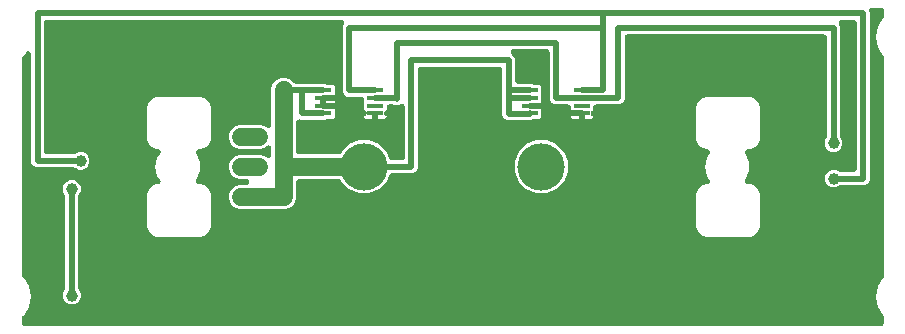
<source format=gbr>
G04 EAGLE Gerber X2 export*
%TF.Part,Single*%
%TF.FileFunction,Copper,L2,Bot,Mixed*%
%TF.FilePolarity,Positive*%
%TF.GenerationSoftware,Autodesk,EAGLE,9.1.0*%
%TF.CreationDate,2020-06-24T00:00:20Z*%
G75*
%MOMM*%
%FSLAX34Y34*%
%LPD*%
%AMOC8*
5,1,8,0,0,1.08239X$1,22.5*%
G01*
%ADD10R,1.400000X0.450000*%
%ADD11C,1.524000*%
%ADD12C,1.000000*%
%ADD13C,0.500000*%
%ADD14C,4.000000*%
%ADD15C,1.500000*%

G36*
X775050Y10170D02*
X775050Y10170D01*
X775100Y10168D01*
X775272Y10190D01*
X775445Y10206D01*
X775493Y10219D01*
X775543Y10225D01*
X775708Y10278D01*
X775876Y10324D01*
X775921Y10346D01*
X775968Y10361D01*
X776122Y10442D01*
X776278Y10517D01*
X776319Y10547D01*
X776363Y10570D01*
X776500Y10677D01*
X776640Y10779D01*
X776675Y10815D01*
X776714Y10846D01*
X776830Y10976D01*
X776950Y11101D01*
X776977Y11143D01*
X777011Y11181D01*
X777101Y11329D01*
X777197Y11473D01*
X777217Y11519D01*
X777243Y11562D01*
X777305Y11724D01*
X777374Y11884D01*
X777385Y11932D01*
X777403Y11979D01*
X777436Y12150D01*
X777475Y12319D01*
X777478Y12369D01*
X777487Y12418D01*
X777499Y12665D01*
X777499Y17813D01*
X777485Y17977D01*
X777478Y18142D01*
X777465Y18199D01*
X777459Y18258D01*
X777416Y18417D01*
X777379Y18578D01*
X777356Y18632D01*
X777341Y18688D01*
X777269Y18837D01*
X777205Y18989D01*
X777162Y19061D01*
X777148Y19091D01*
X777127Y19120D01*
X777078Y19201D01*
X772305Y26345D01*
X770583Y35000D01*
X772305Y43655D01*
X777078Y50799D01*
X777157Y50943D01*
X777243Y51084D01*
X777264Y51139D01*
X777292Y51191D01*
X777344Y51347D01*
X777403Y51501D01*
X777414Y51559D01*
X777433Y51615D01*
X777456Y51778D01*
X777487Y51940D01*
X777491Y52024D01*
X777496Y52057D01*
X777495Y52092D01*
X777499Y52187D01*
X777499Y237813D01*
X777485Y237977D01*
X777478Y238142D01*
X777465Y238199D01*
X777459Y238258D01*
X777416Y238417D01*
X777379Y238578D01*
X777356Y238632D01*
X777341Y238688D01*
X777269Y238837D01*
X777205Y238989D01*
X777162Y239061D01*
X777148Y239091D01*
X777127Y239120D01*
X777078Y239201D01*
X772305Y246345D01*
X770583Y255000D01*
X772305Y263655D01*
X777078Y270799D01*
X777157Y270943D01*
X777243Y271084D01*
X777264Y271139D01*
X777292Y271191D01*
X777344Y271347D01*
X777403Y271501D01*
X777414Y271559D01*
X777433Y271615D01*
X777456Y271778D01*
X777487Y271940D01*
X777491Y272024D01*
X777496Y272057D01*
X777495Y272092D01*
X777499Y272187D01*
X777499Y277335D01*
X777495Y277385D01*
X777497Y277435D01*
X777475Y277607D01*
X777459Y277780D01*
X777446Y277828D01*
X777440Y277878D01*
X777387Y278043D01*
X777341Y278211D01*
X777319Y278256D01*
X777304Y278303D01*
X777223Y278457D01*
X777148Y278613D01*
X777118Y278654D01*
X777095Y278698D01*
X776988Y278835D01*
X776886Y278975D01*
X776850Y279010D01*
X776819Y279049D01*
X776689Y279165D01*
X776564Y279285D01*
X776522Y279312D01*
X776484Y279346D01*
X776336Y279436D01*
X776192Y279532D01*
X776146Y279552D01*
X776103Y279578D01*
X775941Y279640D01*
X775781Y279709D01*
X775733Y279720D01*
X775686Y279738D01*
X775515Y279771D01*
X775346Y279810D01*
X775296Y279813D01*
X775247Y279822D01*
X775000Y279834D01*
X767692Y279834D01*
X767599Y279826D01*
X767505Y279827D01*
X767377Y279806D01*
X767247Y279794D01*
X767157Y279770D01*
X767065Y279754D01*
X766942Y279710D01*
X766816Y279676D01*
X766732Y279635D01*
X766644Y279604D01*
X766531Y279539D01*
X766414Y279483D01*
X766338Y279428D01*
X766257Y279381D01*
X766157Y279297D01*
X766052Y279221D01*
X765987Y279153D01*
X765915Y279093D01*
X765832Y278992D01*
X765742Y278899D01*
X765690Y278821D01*
X765631Y278749D01*
X765567Y278635D01*
X765495Y278527D01*
X765458Y278441D01*
X765412Y278359D01*
X765369Y278236D01*
X765318Y278116D01*
X765297Y278026D01*
X765266Y277937D01*
X765246Y277808D01*
X765217Y277681D01*
X765212Y277588D01*
X765198Y277496D01*
X765201Y277365D01*
X765195Y277235D01*
X765207Y277143D01*
X765209Y277049D01*
X765236Y276921D01*
X765252Y276792D01*
X765281Y276703D01*
X765300Y276612D01*
X765383Y276379D01*
X765501Y276094D01*
X765501Y133906D01*
X764663Y131884D01*
X763116Y130337D01*
X761094Y129499D01*
X741142Y129499D01*
X740956Y129483D01*
X740770Y129471D01*
X740734Y129463D01*
X740697Y129459D01*
X740517Y129410D01*
X740336Y129366D01*
X740302Y129351D01*
X740266Y129341D01*
X740098Y129260D01*
X739928Y129184D01*
X739897Y129164D01*
X739864Y129148D01*
X739712Y129038D01*
X739558Y128933D01*
X739521Y128899D01*
X739502Y128886D01*
X739476Y128859D01*
X739375Y128767D01*
X739249Y128641D01*
X736492Y127499D01*
X733508Y127499D01*
X730751Y128641D01*
X728641Y130751D01*
X727499Y133508D01*
X727499Y136492D01*
X728641Y139249D01*
X730751Y141359D01*
X733508Y142501D01*
X736492Y142501D01*
X739249Y141359D01*
X739375Y141233D01*
X739518Y141113D01*
X739658Y140989D01*
X739689Y140970D01*
X739718Y140946D01*
X739880Y140854D01*
X740039Y140757D01*
X740074Y140744D01*
X740106Y140726D01*
X740282Y140664D01*
X740456Y140597D01*
X740493Y140590D01*
X740527Y140578D01*
X740711Y140548D01*
X740895Y140513D01*
X740945Y140510D01*
X740968Y140507D01*
X741005Y140508D01*
X741142Y140501D01*
X752000Y140501D01*
X752050Y140505D01*
X752100Y140503D01*
X752272Y140525D01*
X752445Y140541D01*
X752493Y140554D01*
X752543Y140560D01*
X752708Y140613D01*
X752876Y140659D01*
X752921Y140681D01*
X752968Y140696D01*
X753122Y140777D01*
X753278Y140852D01*
X753319Y140882D01*
X753363Y140905D01*
X753500Y141012D01*
X753640Y141114D01*
X753675Y141150D01*
X753714Y141181D01*
X753830Y141311D01*
X753950Y141436D01*
X753977Y141478D01*
X754011Y141516D01*
X754101Y141664D01*
X754197Y141808D01*
X754217Y141854D01*
X754243Y141897D01*
X754305Y142059D01*
X754374Y142219D01*
X754385Y142267D01*
X754403Y142314D01*
X754436Y142485D01*
X754475Y142654D01*
X754478Y142704D01*
X754487Y142753D01*
X754499Y143000D01*
X754499Y267000D01*
X754495Y267050D01*
X754497Y267100D01*
X754475Y267272D01*
X754459Y267445D01*
X754446Y267493D01*
X754440Y267543D01*
X754387Y267708D01*
X754341Y267876D01*
X754319Y267921D01*
X754304Y267968D01*
X754223Y268122D01*
X754148Y268278D01*
X754118Y268319D01*
X754095Y268363D01*
X753988Y268500D01*
X753886Y268640D01*
X753850Y268675D01*
X753819Y268714D01*
X753689Y268830D01*
X753564Y268950D01*
X753522Y268977D01*
X753484Y269011D01*
X753336Y269101D01*
X753192Y269197D01*
X753146Y269217D01*
X753103Y269243D01*
X752941Y269305D01*
X752781Y269374D01*
X752733Y269385D01*
X752686Y269403D01*
X752515Y269436D01*
X752346Y269475D01*
X752296Y269478D01*
X752247Y269487D01*
X752000Y269499D01*
X741795Y269499D01*
X741702Y269491D01*
X741609Y269492D01*
X741480Y269471D01*
X741350Y269459D01*
X741260Y269435D01*
X741168Y269419D01*
X741045Y269375D01*
X740920Y269341D01*
X740835Y269300D01*
X740747Y269269D01*
X740634Y269204D01*
X740517Y269148D01*
X740441Y269093D01*
X740360Y269046D01*
X740260Y268962D01*
X740155Y268886D01*
X740090Y268818D01*
X740019Y268758D01*
X739936Y268657D01*
X739845Y268564D01*
X739794Y268486D01*
X739734Y268414D01*
X739670Y268300D01*
X739598Y268192D01*
X739561Y268106D01*
X739515Y268024D01*
X739473Y267901D01*
X739421Y267781D01*
X739400Y267691D01*
X739369Y267602D01*
X739349Y267473D01*
X739320Y267346D01*
X739315Y267253D01*
X739301Y267161D01*
X739304Y267030D01*
X739298Y266900D01*
X739310Y266808D01*
X739312Y266714D01*
X739339Y266586D01*
X739356Y266457D01*
X739384Y266368D01*
X739403Y266277D01*
X739486Y266044D01*
X740501Y263594D01*
X740501Y171142D01*
X740517Y170956D01*
X740529Y170770D01*
X740537Y170734D01*
X740541Y170697D01*
X740590Y170517D01*
X740634Y170336D01*
X740649Y170302D01*
X740659Y170267D01*
X740740Y170098D01*
X740816Y169928D01*
X740836Y169897D01*
X740852Y169864D01*
X740962Y169713D01*
X741067Y169558D01*
X741101Y169521D01*
X741114Y169502D01*
X741141Y169476D01*
X741233Y169375D01*
X741359Y169249D01*
X742501Y166492D01*
X742501Y163508D01*
X741359Y160751D01*
X739249Y158641D01*
X736492Y157499D01*
X733508Y157499D01*
X730751Y158641D01*
X728641Y160751D01*
X727499Y163508D01*
X727499Y166492D01*
X728641Y169249D01*
X728767Y169375D01*
X728887Y169518D01*
X729011Y169658D01*
X729030Y169689D01*
X729054Y169718D01*
X729146Y169880D01*
X729243Y170039D01*
X729256Y170074D01*
X729274Y170106D01*
X729336Y170282D01*
X729403Y170456D01*
X729410Y170493D01*
X729423Y170527D01*
X729452Y170712D01*
X729487Y170895D01*
X729490Y170945D01*
X729493Y170969D01*
X729492Y171006D01*
X729499Y171142D01*
X729499Y254500D01*
X729495Y254550D01*
X729497Y254600D01*
X729475Y254772D01*
X729459Y254945D01*
X729446Y254993D01*
X729440Y255043D01*
X729387Y255208D01*
X729341Y255376D01*
X729319Y255421D01*
X729304Y255468D01*
X729223Y255622D01*
X729148Y255778D01*
X729118Y255819D01*
X729095Y255863D01*
X728988Y256000D01*
X728886Y256140D01*
X728850Y256175D01*
X728819Y256214D01*
X728689Y256330D01*
X728564Y256450D01*
X728522Y256477D01*
X728484Y256511D01*
X728336Y256601D01*
X728192Y256697D01*
X728146Y256717D01*
X728103Y256743D01*
X727941Y256805D01*
X727781Y256874D01*
X727733Y256885D01*
X727686Y256903D01*
X727515Y256936D01*
X727346Y256975D01*
X727296Y256978D01*
X727247Y256987D01*
X727000Y256999D01*
X560500Y256999D01*
X560450Y256995D01*
X560400Y256997D01*
X560228Y256975D01*
X560055Y256959D01*
X560007Y256946D01*
X559957Y256940D01*
X559792Y256887D01*
X559624Y256841D01*
X559579Y256819D01*
X559532Y256804D01*
X559378Y256723D01*
X559222Y256648D01*
X559181Y256618D01*
X559137Y256595D01*
X559000Y256488D01*
X558860Y256386D01*
X558825Y256350D01*
X558786Y256319D01*
X558670Y256189D01*
X558550Y256064D01*
X558523Y256022D01*
X558489Y255984D01*
X558399Y255836D01*
X558303Y255692D01*
X558283Y255646D01*
X558257Y255603D01*
X558195Y255441D01*
X558126Y255281D01*
X558115Y255233D01*
X558097Y255186D01*
X558064Y255015D01*
X558025Y254846D01*
X558022Y254796D01*
X558013Y254747D01*
X558001Y254500D01*
X558001Y202156D01*
X557163Y200134D01*
X555616Y198587D01*
X553594Y197749D01*
X534000Y197749D01*
X533950Y197745D01*
X533900Y197747D01*
X533728Y197725D01*
X533555Y197709D01*
X533507Y197696D01*
X533457Y197690D01*
X533292Y197637D01*
X533124Y197591D01*
X533079Y197569D01*
X533032Y197554D01*
X532878Y197473D01*
X532722Y197398D01*
X532681Y197368D01*
X532637Y197345D01*
X532500Y197238D01*
X532360Y197136D01*
X532325Y197100D01*
X532286Y197069D01*
X532170Y196939D01*
X532050Y196814D01*
X532023Y196772D01*
X531989Y196734D01*
X531899Y196586D01*
X531803Y196442D01*
X531783Y196396D01*
X531757Y196353D01*
X531695Y196191D01*
X531626Y196031D01*
X531615Y195983D01*
X531597Y195936D01*
X531564Y195765D01*
X531525Y195596D01*
X531522Y195546D01*
X531513Y195497D01*
X531501Y195250D01*
X531501Y193313D01*
X531519Y193111D01*
X531534Y192908D01*
X531539Y192882D01*
X531541Y192868D01*
X531541Y192731D01*
X531472Y192718D01*
X531376Y192709D01*
X531254Y192676D01*
X531129Y192652D01*
X531039Y192617D01*
X530946Y192591D01*
X530831Y192536D01*
X530712Y192490D01*
X530630Y192440D01*
X530543Y192398D01*
X530440Y192323D01*
X530331Y192257D01*
X530209Y192156D01*
X530181Y192136D01*
X530168Y192123D01*
X530140Y192099D01*
X530007Y191955D01*
X529871Y191813D01*
X529856Y191791D01*
X529837Y191770D01*
X529732Y191605D01*
X529624Y191441D01*
X529613Y191416D01*
X529598Y191393D01*
X529524Y191211D01*
X529447Y191031D01*
X529441Y191005D01*
X529430Y190979D01*
X529390Y190787D01*
X529346Y190596D01*
X529344Y190569D01*
X529339Y190542D01*
X529333Y190346D01*
X529324Y190150D01*
X529327Y190123D01*
X529326Y190095D01*
X529356Y189901D01*
X529381Y189707D01*
X529390Y189681D01*
X529394Y189654D01*
X529458Y189468D01*
X529517Y189281D01*
X529530Y189257D01*
X529539Y189231D01*
X529634Y189060D01*
X529726Y188887D01*
X529743Y188865D01*
X529756Y188841D01*
X529880Y188690D01*
X530002Y188536D01*
X530023Y188517D01*
X530040Y188496D01*
X530189Y188370D01*
X530336Y188239D01*
X530360Y188225D01*
X530381Y188207D01*
X530551Y188109D01*
X530718Y188007D01*
X530744Y187997D01*
X530767Y187983D01*
X530952Y187917D01*
X531135Y187847D01*
X531162Y187841D01*
X531188Y187832D01*
X531380Y187800D01*
X531541Y187769D01*
X531541Y187666D01*
X531368Y187019D01*
X531033Y186440D01*
X530560Y185967D01*
X529981Y185632D01*
X529334Y185459D01*
X524499Y185459D01*
X524499Y189500D01*
X524495Y189550D01*
X524497Y189600D01*
X524475Y189772D01*
X524459Y189945D01*
X524446Y189993D01*
X524440Y190043D01*
X524387Y190208D01*
X524341Y190376D01*
X524319Y190421D01*
X524304Y190468D01*
X524223Y190622D01*
X524148Y190778D01*
X524118Y190819D01*
X524095Y190863D01*
X523988Y191000D01*
X523886Y191140D01*
X523850Y191175D01*
X523819Y191214D01*
X523689Y191330D01*
X523564Y191450D01*
X523522Y191477D01*
X523485Y191511D01*
X523336Y191601D01*
X523192Y191697D01*
X523146Y191717D01*
X523103Y191743D01*
X522941Y191805D01*
X522782Y191874D01*
X522733Y191885D01*
X522686Y191903D01*
X522515Y191936D01*
X522346Y191975D01*
X522297Y191978D01*
X522247Y191987D01*
X522000Y191999D01*
X521950Y191995D01*
X521900Y191997D01*
X521728Y191975D01*
X521555Y191959D01*
X521507Y191946D01*
X521457Y191940D01*
X521292Y191887D01*
X521124Y191841D01*
X521079Y191819D01*
X521031Y191804D01*
X520878Y191723D01*
X520721Y191648D01*
X520681Y191618D01*
X520637Y191595D01*
X520500Y191488D01*
X520360Y191386D01*
X520325Y191350D01*
X520286Y191319D01*
X520170Y191189D01*
X520050Y191064D01*
X520022Y191022D01*
X519989Y190984D01*
X519899Y190836D01*
X519803Y190692D01*
X519783Y190646D01*
X519757Y190603D01*
X519695Y190441D01*
X519626Y190281D01*
X519615Y190233D01*
X519597Y190186D01*
X519564Y190015D01*
X519525Y189846D01*
X519522Y189796D01*
X519513Y189747D01*
X519501Y189500D01*
X519501Y185459D01*
X514666Y185459D01*
X514019Y185632D01*
X513440Y185967D01*
X512967Y186440D01*
X512632Y187019D01*
X512459Y187666D01*
X512459Y187774D01*
X512570Y187781D01*
X512597Y187788D01*
X512624Y187790D01*
X512814Y187843D01*
X513003Y187890D01*
X513028Y187902D01*
X513055Y187909D01*
X513232Y187994D01*
X513410Y188075D01*
X513433Y188090D01*
X513457Y188102D01*
X513617Y188217D01*
X513778Y188329D01*
X513797Y188348D01*
X513819Y188364D01*
X513955Y188505D01*
X514094Y188644D01*
X514110Y188666D01*
X514129Y188686D01*
X514237Y188849D01*
X514349Y189010D01*
X514361Y189035D01*
X514376Y189058D01*
X514454Y189238D01*
X514535Y189417D01*
X514542Y189443D01*
X514553Y189468D01*
X514597Y189659D01*
X514646Y189849D01*
X514648Y189877D01*
X514654Y189903D01*
X514664Y190099D01*
X514678Y190295D01*
X514675Y190322D01*
X514676Y190350D01*
X514651Y190544D01*
X514630Y190739D01*
X514622Y190765D01*
X514619Y190793D01*
X514559Y190979D01*
X514504Y191167D01*
X514491Y191192D01*
X514483Y191218D01*
X514391Y191391D01*
X514303Y191567D01*
X514287Y191589D01*
X514274Y191613D01*
X514153Y191767D01*
X514035Y191924D01*
X514009Y191950D01*
X513998Y191964D01*
X513997Y191964D01*
X513972Y191987D01*
X513860Y192099D01*
X513759Y192176D01*
X513663Y192261D01*
X513581Y192311D01*
X513504Y192369D01*
X513390Y192427D01*
X513282Y192493D01*
X513192Y192528D01*
X513106Y192571D01*
X512984Y192608D01*
X512865Y192653D01*
X512770Y192672D01*
X512678Y192699D01*
X512551Y192713D01*
X512459Y192731D01*
X512459Y192920D01*
X512487Y193066D01*
X512488Y193093D01*
X512491Y193106D01*
X512491Y193136D01*
X512499Y193313D01*
X512499Y195250D01*
X512495Y195300D01*
X512497Y195350D01*
X512475Y195522D01*
X512459Y195695D01*
X512446Y195743D01*
X512440Y195793D01*
X512387Y195958D01*
X512341Y196126D01*
X512319Y196171D01*
X512304Y196218D01*
X512223Y196372D01*
X512148Y196528D01*
X512118Y196569D01*
X512095Y196613D01*
X511988Y196750D01*
X511886Y196890D01*
X511850Y196925D01*
X511819Y196964D01*
X511689Y197080D01*
X511564Y197200D01*
X511522Y197227D01*
X511484Y197261D01*
X511336Y197351D01*
X511192Y197447D01*
X511146Y197467D01*
X511103Y197493D01*
X510941Y197555D01*
X510781Y197624D01*
X510733Y197635D01*
X510686Y197653D01*
X510515Y197686D01*
X510346Y197725D01*
X510296Y197728D01*
X510247Y197737D01*
X510000Y197749D01*
X498906Y197749D01*
X496884Y198587D01*
X495337Y200134D01*
X494499Y202156D01*
X494499Y242000D01*
X494495Y242050D01*
X494497Y242100D01*
X494475Y242272D01*
X494459Y242445D01*
X494446Y242493D01*
X494440Y242543D01*
X494387Y242708D01*
X494341Y242876D01*
X494319Y242921D01*
X494304Y242968D01*
X494223Y243122D01*
X494148Y243278D01*
X494118Y243319D01*
X494095Y243363D01*
X493988Y243500D01*
X493886Y243640D01*
X493850Y243675D01*
X493819Y243714D01*
X493689Y243830D01*
X493564Y243950D01*
X493522Y243977D01*
X493484Y244011D01*
X493336Y244101D01*
X493192Y244197D01*
X493146Y244217D01*
X493103Y244243D01*
X492941Y244305D01*
X492781Y244374D01*
X492733Y244385D01*
X492686Y244403D01*
X492515Y244436D01*
X492346Y244475D01*
X492296Y244478D01*
X492247Y244487D01*
X492000Y244499D01*
X464005Y244499D01*
X463826Y244483D01*
X463646Y244473D01*
X463604Y244463D01*
X463560Y244459D01*
X463386Y244411D01*
X463212Y244370D01*
X463172Y244352D01*
X463130Y244341D01*
X462967Y244263D01*
X462802Y244191D01*
X462766Y244166D01*
X462727Y244148D01*
X462581Y244042D01*
X462432Y243942D01*
X462400Y243911D01*
X462365Y243886D01*
X462240Y243756D01*
X462111Y243630D01*
X462086Y243595D01*
X462056Y243564D01*
X461956Y243414D01*
X461851Y243267D01*
X461833Y243228D01*
X461808Y243192D01*
X461737Y243026D01*
X461660Y242863D01*
X461649Y242821D01*
X461631Y242781D01*
X461591Y242606D01*
X461544Y242432D01*
X461540Y242389D01*
X461530Y242346D01*
X461521Y242167D01*
X461506Y241987D01*
X461510Y241944D01*
X461508Y241900D01*
X461531Y241722D01*
X461548Y241542D01*
X461560Y241500D01*
X461566Y241457D01*
X461620Y241286D01*
X461669Y241112D01*
X461688Y241073D01*
X461701Y241032D01*
X461786Y240872D01*
X461865Y240710D01*
X461890Y240675D01*
X461911Y240637D01*
X462022Y240495D01*
X462128Y240350D01*
X462160Y240320D01*
X462187Y240286D01*
X462322Y240166D01*
X462452Y240042D01*
X462488Y240018D01*
X462521Y239989D01*
X462675Y239896D01*
X462825Y239797D01*
X462880Y239771D01*
X462903Y239757D01*
X462937Y239744D01*
X463049Y239691D01*
X463116Y239663D01*
X464663Y238116D01*
X465501Y236094D01*
X465501Y217750D01*
X465505Y217700D01*
X465503Y217650D01*
X465525Y217478D01*
X465541Y217305D01*
X465554Y217257D01*
X465560Y217207D01*
X465613Y217042D01*
X465659Y216874D01*
X465681Y216829D01*
X465696Y216782D01*
X465777Y216628D01*
X465852Y216472D01*
X465882Y216431D01*
X465905Y216387D01*
X466012Y216250D01*
X466114Y216110D01*
X466150Y216075D01*
X466181Y216036D01*
X466311Y215920D01*
X466436Y215800D01*
X466478Y215773D01*
X466516Y215739D01*
X466664Y215649D01*
X466808Y215553D01*
X466854Y215533D01*
X466897Y215507D01*
X467059Y215445D01*
X467219Y215376D01*
X467267Y215365D01*
X467314Y215347D01*
X467485Y215314D01*
X467654Y215275D01*
X467704Y215272D01*
X467753Y215263D01*
X468000Y215251D01*
X479094Y215251D01*
X480445Y214691D01*
X480582Y214648D01*
X480716Y214597D01*
X480795Y214582D01*
X480872Y214558D01*
X481014Y214540D01*
X481155Y214513D01*
X481278Y214507D01*
X481315Y214502D01*
X481342Y214504D01*
X481402Y214501D01*
X486036Y214501D01*
X487501Y213036D01*
X487501Y199813D01*
X487519Y199611D01*
X487534Y199408D01*
X487539Y199382D01*
X487541Y199368D01*
X487541Y199227D01*
X487449Y199222D01*
X487413Y199213D01*
X487376Y199209D01*
X487350Y199202D01*
X487324Y199199D01*
X487173Y199154D01*
X487015Y199116D01*
X486981Y199101D01*
X486946Y199091D01*
X486921Y199079D01*
X486896Y199072D01*
X486755Y199000D01*
X486607Y198935D01*
X486576Y198914D01*
X486543Y198898D01*
X486521Y198882D01*
X486498Y198870D01*
X486371Y198774D01*
X486237Y198684D01*
X486200Y198650D01*
X486181Y198636D01*
X486162Y198617D01*
X486141Y198601D01*
X486119Y198576D01*
X486054Y198517D01*
X485966Y198412D01*
X485871Y198314D01*
X485857Y198292D01*
X485839Y198272D01*
X485806Y198221D01*
X485767Y198174D01*
X485700Y198055D01*
X485624Y197942D01*
X485614Y197918D01*
X485599Y197895D01*
X485577Y197839D01*
X485547Y197786D01*
X485501Y197656D01*
X485447Y197532D01*
X485441Y197506D01*
X485431Y197481D01*
X485419Y197422D01*
X485399Y197365D01*
X485377Y197228D01*
X485346Y197096D01*
X485345Y197071D01*
X485339Y197044D01*
X485337Y196983D01*
X485328Y196924D01*
X485331Y196785D01*
X485324Y196650D01*
X485324Y196648D01*
X485327Y196625D01*
X485326Y196597D01*
X485336Y196537D01*
X485337Y196477D01*
X485364Y196341D01*
X485382Y196207D01*
X485389Y196183D01*
X485393Y196156D01*
X485413Y196098D01*
X485425Y196039D01*
X485476Y195910D01*
X485517Y195781D01*
X485529Y195759D01*
X485538Y195733D01*
X485567Y195680D01*
X485590Y195624D01*
X485663Y195507D01*
X485726Y195387D01*
X485743Y195366D01*
X485756Y195343D01*
X485794Y195296D01*
X485826Y195245D01*
X485918Y195143D01*
X486003Y195036D01*
X486022Y195018D01*
X486039Y194998D01*
X486103Y194939D01*
X486126Y194914D01*
X486153Y194892D01*
X486221Y194830D01*
X486282Y194788D01*
X486337Y194739D01*
X486411Y194694D01*
X486480Y194641D01*
X486536Y194612D01*
X486589Y194576D01*
X486656Y194545D01*
X486718Y194507D01*
X486800Y194476D01*
X486877Y194436D01*
X486937Y194418D01*
X486995Y194391D01*
X487067Y194373D01*
X487135Y194347D01*
X487222Y194330D01*
X487304Y194305D01*
X487366Y194297D01*
X487428Y194282D01*
X487502Y194277D01*
X487541Y194269D01*
X487541Y194080D01*
X487513Y193934D01*
X487512Y193907D01*
X487509Y193894D01*
X487509Y193864D01*
X487501Y193687D01*
X487501Y186964D01*
X486036Y185499D01*
X481756Y185499D01*
X481613Y185486D01*
X481470Y185483D01*
X481391Y185467D01*
X481311Y185459D01*
X481172Y185421D01*
X481032Y185392D01*
X480916Y185351D01*
X480880Y185341D01*
X480856Y185329D01*
X480799Y185309D01*
X478844Y184499D01*
X458906Y184499D01*
X456884Y185337D01*
X455337Y186884D01*
X454499Y188906D01*
X454499Y227000D01*
X454495Y227050D01*
X454497Y227100D01*
X454475Y227272D01*
X454459Y227445D01*
X454446Y227493D01*
X454440Y227543D01*
X454387Y227708D01*
X454341Y227876D01*
X454319Y227921D01*
X454304Y227968D01*
X454223Y228122D01*
X454148Y228278D01*
X454118Y228319D01*
X454095Y228363D01*
X453988Y228500D01*
X453886Y228640D01*
X453850Y228675D01*
X453819Y228714D01*
X453689Y228830D01*
X453564Y228950D01*
X453522Y228977D01*
X453484Y229011D01*
X453336Y229101D01*
X453192Y229197D01*
X453146Y229217D01*
X453103Y229243D01*
X452941Y229305D01*
X452781Y229374D01*
X452733Y229385D01*
X452686Y229403D01*
X452515Y229436D01*
X452346Y229475D01*
X452296Y229478D01*
X452247Y229487D01*
X452000Y229499D01*
X385500Y229499D01*
X385450Y229495D01*
X385400Y229497D01*
X385228Y229475D01*
X385055Y229459D01*
X385007Y229446D01*
X384957Y229440D01*
X384792Y229387D01*
X384624Y229341D01*
X384579Y229319D01*
X384532Y229304D01*
X384378Y229223D01*
X384222Y229148D01*
X384181Y229118D01*
X384137Y229095D01*
X384000Y228988D01*
X383860Y228886D01*
X383825Y228850D01*
X383786Y228819D01*
X383670Y228689D01*
X383550Y228564D01*
X383523Y228522D01*
X383489Y228484D01*
X383399Y228336D01*
X383303Y228192D01*
X383283Y228146D01*
X383257Y228103D01*
X383195Y227941D01*
X383126Y227781D01*
X383115Y227733D01*
X383097Y227686D01*
X383064Y227515D01*
X383025Y227346D01*
X383022Y227296D01*
X383013Y227247D01*
X383001Y227000D01*
X383001Y143906D01*
X382163Y141884D01*
X380616Y140337D01*
X378594Y139499D01*
X361246Y139499D01*
X361240Y139499D01*
X361233Y139499D01*
X361017Y139479D01*
X360801Y139459D01*
X360795Y139458D01*
X360788Y139457D01*
X360581Y139399D01*
X360370Y139341D01*
X360364Y139338D01*
X360358Y139336D01*
X360166Y139243D01*
X359968Y139148D01*
X359962Y139144D01*
X359957Y139141D01*
X359784Y139015D01*
X359606Y138886D01*
X359601Y138881D01*
X359596Y138877D01*
X359447Y138721D01*
X359296Y138564D01*
X359293Y138558D01*
X359288Y138553D01*
X359170Y138373D01*
X359049Y138192D01*
X359047Y138186D01*
X359043Y138180D01*
X358937Y137956D01*
X356575Y132254D01*
X350246Y125925D01*
X341976Y122499D01*
X333024Y122499D01*
X324754Y125925D01*
X318425Y132254D01*
X318134Y132956D01*
X318131Y132962D01*
X318129Y132968D01*
X318027Y133161D01*
X317927Y133352D01*
X317923Y133357D01*
X317920Y133363D01*
X317784Y133535D01*
X317653Y133705D01*
X317648Y133709D01*
X317644Y133714D01*
X317481Y133858D01*
X317320Y134003D01*
X317314Y134006D01*
X317309Y134011D01*
X317124Y134123D01*
X316939Y134237D01*
X316933Y134239D01*
X316928Y134243D01*
X316726Y134321D01*
X316523Y134400D01*
X316517Y134401D01*
X316511Y134403D01*
X316298Y134444D01*
X316085Y134486D01*
X316079Y134486D01*
X316072Y134487D01*
X315825Y134499D01*
X282600Y134499D01*
X282550Y134495D01*
X282500Y134497D01*
X282328Y134475D01*
X282155Y134459D01*
X282107Y134446D01*
X282057Y134440D01*
X281892Y134387D01*
X281724Y134341D01*
X281679Y134319D01*
X281632Y134304D01*
X281478Y134223D01*
X281322Y134148D01*
X281281Y134118D01*
X281237Y134095D01*
X281100Y133988D01*
X280960Y133886D01*
X280925Y133850D01*
X280886Y133819D01*
X280770Y133689D01*
X280650Y133564D01*
X280623Y133522D01*
X280589Y133484D01*
X280499Y133336D01*
X280403Y133192D01*
X280383Y133146D01*
X280357Y133103D01*
X280295Y132941D01*
X280226Y132781D01*
X280215Y132733D01*
X280197Y132686D01*
X280164Y132515D01*
X280125Y132346D01*
X280122Y132296D01*
X280113Y132247D01*
X280101Y132000D01*
X280101Y117511D01*
X278502Y113652D01*
X275548Y110698D01*
X271689Y109099D01*
X238911Y109099D01*
X238453Y109289D01*
X238317Y109332D01*
X238183Y109383D01*
X238103Y109398D01*
X238027Y109422D01*
X237885Y109440D01*
X237744Y109467D01*
X237621Y109473D01*
X237584Y109478D01*
X237557Y109476D01*
X237497Y109479D01*
X231367Y109479D01*
X227647Y111020D01*
X224800Y113867D01*
X223259Y117587D01*
X223259Y121613D01*
X224800Y125333D01*
X227647Y128180D01*
X231367Y129721D01*
X237497Y129721D01*
X237640Y129734D01*
X237783Y129737D01*
X237861Y129753D01*
X237942Y129761D01*
X238080Y129799D01*
X238220Y129828D01*
X238336Y129869D01*
X238372Y129879D01*
X238397Y129891D01*
X238453Y129911D01*
X238839Y130071D01*
X238999Y130154D01*
X239161Y130232D01*
X239197Y130258D01*
X239235Y130278D01*
X239377Y130389D01*
X239523Y130494D01*
X239554Y130526D01*
X239588Y130552D01*
X239708Y130686D01*
X239833Y130816D01*
X239857Y130853D01*
X239886Y130885D01*
X239980Y131038D01*
X240080Y131188D01*
X240097Y131228D01*
X240120Y131265D01*
X240186Y131433D01*
X240257Y131599D01*
X240267Y131641D01*
X240283Y131681D01*
X240317Y131858D01*
X240358Y132034D01*
X240360Y132077D01*
X240369Y132120D01*
X240371Y132300D01*
X240380Y132480D01*
X240375Y132523D01*
X240375Y132566D01*
X240346Y132744D01*
X240323Y132923D01*
X240310Y132964D01*
X240302Y133007D01*
X240242Y133177D01*
X240187Y133348D01*
X240167Y133387D01*
X240152Y133428D01*
X240062Y133584D01*
X239978Y133743D01*
X239951Y133777D01*
X239929Y133815D01*
X239813Y133953D01*
X239702Y134094D01*
X239669Y134123D01*
X239641Y134156D01*
X239502Y134271D01*
X239368Y134391D01*
X239330Y134413D01*
X239297Y134441D01*
X239140Y134529D01*
X238986Y134623D01*
X238946Y134638D01*
X238908Y134660D01*
X238737Y134719D01*
X238569Y134783D01*
X238526Y134791D01*
X238485Y134806D01*
X238308Y134833D01*
X238130Y134867D01*
X238070Y134870D01*
X238044Y134874D01*
X238007Y134873D01*
X237883Y134879D01*
X231367Y134879D01*
X227647Y136420D01*
X224800Y139267D01*
X223259Y142987D01*
X223259Y147013D01*
X224800Y150733D01*
X227647Y153580D01*
X231367Y155121D01*
X250633Y155121D01*
X254353Y153580D01*
X254833Y153100D01*
X254938Y153012D01*
X255036Y152918D01*
X255109Y152870D01*
X255176Y152814D01*
X255294Y152746D01*
X255408Y152670D01*
X255488Y152636D01*
X255564Y152593D01*
X255693Y152548D01*
X255819Y152493D01*
X255903Y152474D01*
X255985Y152445D01*
X256120Y152423D01*
X256254Y152392D01*
X256340Y152388D01*
X256426Y152374D01*
X256563Y152377D01*
X256700Y152370D01*
X256786Y152381D01*
X256873Y152383D01*
X257007Y152410D01*
X257143Y152428D01*
X257226Y152454D01*
X257311Y152471D01*
X257438Y152522D01*
X257568Y152563D01*
X257645Y152604D01*
X257726Y152636D01*
X257842Y152708D01*
X257963Y152772D01*
X258032Y152826D01*
X258105Y152872D01*
X258207Y152964D01*
X258314Y153049D01*
X258372Y153114D01*
X258436Y153172D01*
X258520Y153280D01*
X258611Y153383D01*
X258656Y153457D01*
X258709Y153526D01*
X258772Y153648D01*
X258843Y153764D01*
X258874Y153845D01*
X258914Y153923D01*
X258954Y154054D01*
X259003Y154181D01*
X259020Y154267D01*
X259045Y154350D01*
X259061Y154486D01*
X259087Y154620D01*
X259094Y154757D01*
X259098Y154793D01*
X259097Y154817D01*
X259099Y154867D01*
X259099Y160533D01*
X259087Y160669D01*
X259084Y160806D01*
X259067Y160891D01*
X259059Y160978D01*
X259023Y161110D01*
X258996Y161244D01*
X258964Y161324D01*
X258941Y161408D01*
X258882Y161532D01*
X258831Y161659D01*
X258785Y161733D01*
X258748Y161811D01*
X258667Y161922D01*
X258595Y162038D01*
X258537Y162103D01*
X258486Y162173D01*
X258387Y162268D01*
X258295Y162369D01*
X258226Y162422D01*
X258164Y162482D01*
X258050Y162558D01*
X257941Y162642D01*
X257864Y162681D01*
X257792Y162730D01*
X257666Y162784D01*
X257544Y162847D01*
X257461Y162872D01*
X257381Y162907D01*
X257248Y162938D01*
X257117Y162978D01*
X257031Y162988D01*
X256946Y163008D01*
X256810Y163015D01*
X256674Y163031D01*
X256587Y163026D01*
X256500Y163030D01*
X256365Y163012D01*
X256228Y163004D01*
X256143Y162984D01*
X256057Y162972D01*
X255927Y162931D01*
X255794Y162898D01*
X255714Y162863D01*
X255632Y162837D01*
X255511Y162773D01*
X255386Y162717D01*
X255314Y162668D01*
X255237Y162628D01*
X255129Y162543D01*
X255016Y162466D01*
X254915Y162374D01*
X254886Y162351D01*
X254870Y162334D01*
X254833Y162300D01*
X254353Y161820D01*
X250633Y160279D01*
X231367Y160279D01*
X227647Y161820D01*
X224800Y164667D01*
X223259Y168387D01*
X223259Y172413D01*
X224800Y176133D01*
X227647Y178980D01*
X231367Y180521D01*
X250633Y180521D01*
X254353Y178980D01*
X254833Y178500D01*
X254938Y178412D01*
X255036Y178318D01*
X255109Y178270D01*
X255176Y178214D01*
X255294Y178146D01*
X255408Y178070D01*
X255488Y178036D01*
X255564Y177993D01*
X255693Y177948D01*
X255819Y177893D01*
X255903Y177874D01*
X255985Y177845D01*
X256120Y177823D01*
X256254Y177792D01*
X256340Y177788D01*
X256426Y177774D01*
X256563Y177777D01*
X256700Y177770D01*
X256786Y177781D01*
X256873Y177783D01*
X257007Y177810D01*
X257143Y177828D01*
X257226Y177854D01*
X257311Y177871D01*
X257438Y177922D01*
X257568Y177963D01*
X257645Y178004D01*
X257726Y178036D01*
X257842Y178108D01*
X257963Y178172D01*
X258032Y178226D01*
X258105Y178272D01*
X258207Y178364D01*
X258314Y178449D01*
X258372Y178514D01*
X258436Y178572D01*
X258520Y178680D01*
X258611Y178783D01*
X258656Y178857D01*
X258709Y178926D01*
X258772Y179048D01*
X258843Y179164D01*
X258874Y179245D01*
X258914Y179323D01*
X258954Y179454D01*
X259003Y179581D01*
X259020Y179667D01*
X259045Y179750D01*
X259061Y179886D01*
X259087Y180020D01*
X259094Y180157D01*
X259098Y180193D01*
X259097Y180217D01*
X259099Y180267D01*
X259099Y211839D01*
X260698Y215698D01*
X263652Y218652D01*
X267511Y220251D01*
X271689Y220251D01*
X275548Y218652D01*
X278218Y215983D01*
X278361Y215863D01*
X278500Y215739D01*
X278532Y215720D01*
X278560Y215696D01*
X278722Y215604D01*
X278882Y215507D01*
X278917Y215494D01*
X278949Y215476D01*
X279125Y215414D01*
X279299Y215347D01*
X279335Y215340D01*
X279370Y215327D01*
X279554Y215298D01*
X279738Y215263D01*
X279788Y215260D01*
X279811Y215257D01*
X279848Y215258D01*
X279985Y215251D01*
X304094Y215251D01*
X305446Y214691D01*
X305582Y214648D01*
X305716Y214597D01*
X305795Y214582D01*
X305872Y214558D01*
X306014Y214540D01*
X306155Y214513D01*
X306278Y214507D01*
X306315Y214502D01*
X306342Y214504D01*
X306402Y214501D01*
X311036Y214501D01*
X312501Y213036D01*
X312501Y206313D01*
X312519Y206111D01*
X312534Y205908D01*
X312539Y205882D01*
X312541Y205868D01*
X312541Y205731D01*
X312472Y205718D01*
X312376Y205709D01*
X312254Y205676D01*
X312129Y205652D01*
X312039Y205617D01*
X311946Y205591D01*
X311831Y205536D01*
X311712Y205490D01*
X311630Y205440D01*
X311543Y205398D01*
X311440Y205323D01*
X311331Y205257D01*
X311209Y205156D01*
X311181Y205136D01*
X311168Y205123D01*
X311140Y205099D01*
X311007Y204955D01*
X310871Y204813D01*
X310856Y204791D01*
X310837Y204770D01*
X310732Y204605D01*
X310624Y204441D01*
X310613Y204416D01*
X310598Y204393D01*
X310524Y204211D01*
X310447Y204031D01*
X310441Y204005D01*
X310430Y203979D01*
X310390Y203787D01*
X310346Y203596D01*
X310344Y203569D01*
X310339Y203542D01*
X310333Y203346D01*
X310324Y203150D01*
X310327Y203123D01*
X310326Y203095D01*
X310356Y202901D01*
X310381Y202707D01*
X310390Y202681D01*
X310394Y202654D01*
X310458Y202468D01*
X310517Y202281D01*
X310530Y202257D01*
X310539Y202231D01*
X310634Y202060D01*
X310726Y201887D01*
X310743Y201865D01*
X310756Y201841D01*
X310880Y201690D01*
X311002Y201536D01*
X311023Y201517D01*
X311040Y201496D01*
X311189Y201370D01*
X311336Y201239D01*
X311360Y201225D01*
X311381Y201207D01*
X311551Y201109D01*
X311718Y201007D01*
X311744Y200997D01*
X311767Y200983D01*
X311952Y200917D01*
X312135Y200847D01*
X312162Y200841D01*
X312188Y200832D01*
X312380Y200800D01*
X312541Y200769D01*
X312541Y200665D01*
X312536Y200647D01*
X312521Y200565D01*
X312498Y200485D01*
X312483Y200345D01*
X312459Y200207D01*
X312460Y200123D01*
X312451Y200041D01*
X312461Y199901D01*
X312462Y199760D01*
X312478Y199678D01*
X312484Y199595D01*
X312536Y199353D01*
X312541Y199335D01*
X312541Y199226D01*
X312430Y199219D01*
X312403Y199212D01*
X312376Y199209D01*
X312186Y199157D01*
X311997Y199110D01*
X311972Y199098D01*
X311945Y199091D01*
X311768Y199006D01*
X311590Y198925D01*
X311567Y198910D01*
X311543Y198898D01*
X311383Y198783D01*
X311222Y198671D01*
X311203Y198652D01*
X311181Y198636D01*
X311045Y198495D01*
X310906Y198356D01*
X310890Y198334D01*
X310871Y198314D01*
X310762Y198150D01*
X310651Y197990D01*
X310639Y197965D01*
X310624Y197942D01*
X310546Y197762D01*
X310465Y197583D01*
X310458Y197557D01*
X310447Y197532D01*
X310403Y197341D01*
X310354Y197151D01*
X310352Y197123D01*
X310346Y197096D01*
X310336Y196900D01*
X310322Y196705D01*
X310325Y196678D01*
X310324Y196650D01*
X310349Y196456D01*
X310370Y196261D01*
X310378Y196235D01*
X310381Y196207D01*
X310441Y196021D01*
X310496Y195832D01*
X310509Y195808D01*
X310517Y195782D01*
X310609Y195609D01*
X310697Y195433D01*
X310713Y195411D01*
X310726Y195387D01*
X310847Y195233D01*
X310965Y195076D01*
X310991Y195050D01*
X311002Y195036D01*
X311028Y195013D01*
X311140Y194901D01*
X311241Y194824D01*
X311337Y194739D01*
X311419Y194689D01*
X311496Y194631D01*
X311610Y194573D01*
X311718Y194507D01*
X311808Y194472D01*
X311895Y194429D01*
X312016Y194392D01*
X312135Y194347D01*
X312230Y194328D01*
X312323Y194301D01*
X312449Y194287D01*
X312541Y194269D01*
X312541Y194080D01*
X312513Y193934D01*
X312512Y193907D01*
X312509Y193894D01*
X312509Y193864D01*
X312501Y193687D01*
X312501Y186964D01*
X311036Y185499D01*
X306402Y185499D01*
X306259Y185486D01*
X306116Y185483D01*
X306037Y185467D01*
X305957Y185459D01*
X305819Y185421D01*
X305679Y185392D01*
X305562Y185351D01*
X305526Y185341D01*
X305502Y185329D01*
X305445Y185309D01*
X304094Y184749D01*
X283906Y184749D01*
X283556Y184894D01*
X283467Y184922D01*
X283381Y184959D01*
X283255Y184988D01*
X283130Y185027D01*
X283037Y185039D01*
X282946Y185060D01*
X282816Y185067D01*
X282687Y185083D01*
X282593Y185078D01*
X282500Y185082D01*
X282371Y185065D01*
X282241Y185058D01*
X282150Y185037D01*
X282057Y185025D01*
X281933Y184985D01*
X281806Y184955D01*
X281721Y184917D01*
X281632Y184889D01*
X281516Y184828D01*
X281397Y184776D01*
X281320Y184724D01*
X281237Y184680D01*
X281134Y184599D01*
X281026Y184527D01*
X280959Y184461D01*
X280886Y184404D01*
X280799Y184306D01*
X280706Y184215D01*
X280651Y184139D01*
X280589Y184069D01*
X280522Y183958D01*
X280446Y183852D01*
X280406Y183768D01*
X280357Y183688D01*
X280310Y183566D01*
X280255Y183448D01*
X280230Y183358D01*
X280197Y183271D01*
X280172Y183143D01*
X280138Y183017D01*
X280131Y182924D01*
X280113Y182832D01*
X280101Y182585D01*
X280101Y158000D01*
X280105Y157950D01*
X280103Y157900D01*
X280125Y157728D01*
X280141Y157555D01*
X280154Y157507D01*
X280160Y157457D01*
X280213Y157292D01*
X280259Y157124D01*
X280281Y157079D01*
X280296Y157032D01*
X280377Y156878D01*
X280452Y156722D01*
X280482Y156681D01*
X280505Y156637D01*
X280612Y156500D01*
X280714Y156360D01*
X280750Y156325D01*
X280781Y156286D01*
X280911Y156170D01*
X281036Y156050D01*
X281078Y156023D01*
X281116Y155989D01*
X281264Y155899D01*
X281408Y155803D01*
X281454Y155783D01*
X281497Y155757D01*
X281659Y155695D01*
X281819Y155626D01*
X281867Y155615D01*
X281914Y155597D01*
X282085Y155564D01*
X282254Y155525D01*
X282304Y155522D01*
X282353Y155513D01*
X282600Y155501D01*
X315825Y155501D01*
X315831Y155501D01*
X315838Y155501D01*
X316054Y155521D01*
X316270Y155541D01*
X316276Y155542D01*
X316283Y155543D01*
X316493Y155602D01*
X316701Y155659D01*
X316706Y155662D01*
X316713Y155664D01*
X316906Y155758D01*
X317103Y155852D01*
X317109Y155856D01*
X317114Y155859D01*
X317287Y155985D01*
X317465Y156114D01*
X317470Y156119D01*
X317475Y156123D01*
X317625Y156281D01*
X317775Y156436D01*
X317778Y156442D01*
X317783Y156447D01*
X317903Y156629D01*
X318022Y156808D01*
X318024Y156814D01*
X318028Y156820D01*
X318134Y157044D01*
X318425Y157746D01*
X324754Y164075D01*
X333024Y167501D01*
X341976Y167501D01*
X350246Y164075D01*
X356575Y157746D01*
X358937Y152044D01*
X358940Y152038D01*
X358942Y152032D01*
X359045Y151838D01*
X359144Y151648D01*
X359148Y151643D01*
X359151Y151637D01*
X359286Y151465D01*
X359419Y151295D01*
X359423Y151291D01*
X359427Y151286D01*
X359591Y151140D01*
X359751Y150997D01*
X359757Y150994D01*
X359762Y150989D01*
X359947Y150877D01*
X360132Y150763D01*
X360138Y150761D01*
X360143Y150757D01*
X360347Y150679D01*
X360548Y150600D01*
X360554Y150599D01*
X360560Y150597D01*
X360774Y150556D01*
X360986Y150514D01*
X360993Y150514D01*
X360999Y150513D01*
X361246Y150501D01*
X369500Y150501D01*
X369550Y150505D01*
X369600Y150503D01*
X369772Y150525D01*
X369945Y150541D01*
X369993Y150554D01*
X370043Y150560D01*
X370208Y150613D01*
X370376Y150659D01*
X370421Y150681D01*
X370468Y150696D01*
X370622Y150777D01*
X370778Y150852D01*
X370819Y150882D01*
X370863Y150905D01*
X371000Y151012D01*
X371140Y151114D01*
X371175Y151150D01*
X371214Y151181D01*
X371330Y151311D01*
X371450Y151436D01*
X371477Y151478D01*
X371511Y151516D01*
X371601Y151664D01*
X371697Y151808D01*
X371717Y151854D01*
X371743Y151897D01*
X371805Y152059D01*
X371874Y152219D01*
X371885Y152267D01*
X371903Y152314D01*
X371936Y152485D01*
X371975Y152654D01*
X371978Y152704D01*
X371987Y152753D01*
X371999Y153000D01*
X371999Y195705D01*
X371991Y195798D01*
X371992Y195891D01*
X371971Y196020D01*
X371959Y196150D01*
X371935Y196240D01*
X371919Y196332D01*
X371875Y196455D01*
X371841Y196580D01*
X371800Y196665D01*
X371769Y196753D01*
X371704Y196866D01*
X371648Y196983D01*
X371593Y197059D01*
X371546Y197140D01*
X371462Y197240D01*
X371386Y197345D01*
X371318Y197410D01*
X371258Y197481D01*
X371157Y197564D01*
X371064Y197655D01*
X370986Y197706D01*
X370914Y197766D01*
X370800Y197830D01*
X370692Y197902D01*
X370606Y197939D01*
X370524Y197985D01*
X370401Y198027D01*
X370281Y198079D01*
X370191Y198100D01*
X370102Y198131D01*
X369973Y198151D01*
X369846Y198180D01*
X369753Y198185D01*
X369661Y198199D01*
X369530Y198196D01*
X369400Y198202D01*
X369308Y198190D01*
X369214Y198188D01*
X369086Y198161D01*
X368957Y198144D01*
X368868Y198116D01*
X368777Y198097D01*
X368544Y198014D01*
X366094Y196999D01*
X363906Y196999D01*
X362555Y197559D01*
X362418Y197602D01*
X362284Y197653D01*
X362205Y197668D01*
X362128Y197692D01*
X361986Y197710D01*
X361845Y197737D01*
X361722Y197743D01*
X361685Y197748D01*
X361658Y197746D01*
X361598Y197749D01*
X359000Y197749D01*
X358950Y197745D01*
X358900Y197747D01*
X358728Y197725D01*
X358555Y197709D01*
X358507Y197696D01*
X358457Y197690D01*
X358292Y197637D01*
X358124Y197591D01*
X358079Y197569D01*
X358032Y197554D01*
X357878Y197473D01*
X357722Y197398D01*
X357681Y197368D01*
X357637Y197345D01*
X357500Y197238D01*
X357360Y197136D01*
X357325Y197100D01*
X357286Y197069D01*
X357170Y196939D01*
X357050Y196814D01*
X357023Y196772D01*
X356989Y196734D01*
X356899Y196586D01*
X356803Y196442D01*
X356783Y196396D01*
X356757Y196353D01*
X356695Y196191D01*
X356626Y196031D01*
X356615Y195983D01*
X356597Y195936D01*
X356564Y195765D01*
X356525Y195596D01*
X356522Y195546D01*
X356513Y195497D01*
X356501Y195250D01*
X356501Y193313D01*
X356519Y193109D01*
X356534Y192908D01*
X356539Y192882D01*
X356541Y192868D01*
X356541Y192731D01*
X356472Y192718D01*
X356376Y192709D01*
X356254Y192676D01*
X356129Y192652D01*
X356039Y192617D01*
X355946Y192591D01*
X355831Y192536D01*
X355712Y192490D01*
X355630Y192440D01*
X355543Y192398D01*
X355440Y192323D01*
X355331Y192257D01*
X355209Y192156D01*
X355181Y192136D01*
X355168Y192123D01*
X355140Y192099D01*
X355007Y191955D01*
X354871Y191813D01*
X354856Y191791D01*
X354837Y191770D01*
X354732Y191605D01*
X354624Y191441D01*
X354613Y191416D01*
X354598Y191393D01*
X354524Y191211D01*
X354447Y191031D01*
X354441Y191005D01*
X354430Y190979D01*
X354390Y190787D01*
X354346Y190596D01*
X354344Y190569D01*
X354339Y190542D01*
X354333Y190346D01*
X354324Y190150D01*
X354327Y190123D01*
X354326Y190095D01*
X354356Y189901D01*
X354381Y189707D01*
X354390Y189681D01*
X354394Y189654D01*
X354458Y189468D01*
X354517Y189281D01*
X354530Y189257D01*
X354539Y189231D01*
X354634Y189060D01*
X354726Y188887D01*
X354743Y188865D01*
X354756Y188841D01*
X354880Y188690D01*
X355002Y188536D01*
X355023Y188517D01*
X355040Y188496D01*
X355189Y188370D01*
X355336Y188239D01*
X355360Y188225D01*
X355381Y188207D01*
X355551Y188109D01*
X355718Y188007D01*
X355744Y187997D01*
X355767Y187983D01*
X355952Y187917D01*
X356135Y187847D01*
X356162Y187841D01*
X356188Y187832D01*
X356380Y187800D01*
X356541Y187769D01*
X356541Y187666D01*
X356368Y187019D01*
X356033Y186440D01*
X355560Y185967D01*
X354981Y185632D01*
X354334Y185459D01*
X349499Y185459D01*
X349499Y189500D01*
X349495Y189550D01*
X349497Y189600D01*
X349475Y189772D01*
X349459Y189945D01*
X349446Y189993D01*
X349440Y190043D01*
X349387Y190208D01*
X349341Y190376D01*
X349319Y190421D01*
X349304Y190468D01*
X349223Y190622D01*
X349148Y190778D01*
X349118Y190819D01*
X349095Y190863D01*
X348988Y191000D01*
X348886Y191140D01*
X348850Y191175D01*
X348819Y191214D01*
X348689Y191330D01*
X348564Y191450D01*
X348522Y191477D01*
X348485Y191511D01*
X348336Y191601D01*
X348192Y191697D01*
X348146Y191717D01*
X348103Y191743D01*
X347941Y191805D01*
X347782Y191874D01*
X347733Y191885D01*
X347686Y191903D01*
X347515Y191936D01*
X347346Y191975D01*
X347297Y191978D01*
X347247Y191987D01*
X347000Y191999D01*
X346950Y191995D01*
X346900Y191997D01*
X346728Y191975D01*
X346555Y191959D01*
X346507Y191946D01*
X346457Y191940D01*
X346292Y191887D01*
X346124Y191841D01*
X346079Y191819D01*
X346031Y191804D01*
X345878Y191723D01*
X345721Y191648D01*
X345681Y191618D01*
X345637Y191595D01*
X345500Y191488D01*
X345360Y191386D01*
X345325Y191350D01*
X345286Y191319D01*
X345170Y191189D01*
X345050Y191064D01*
X345022Y191022D01*
X344989Y190984D01*
X344899Y190836D01*
X344803Y190692D01*
X344783Y190646D01*
X344757Y190603D01*
X344695Y190441D01*
X344626Y190281D01*
X344615Y190233D01*
X344597Y190186D01*
X344564Y190015D01*
X344525Y189846D01*
X344522Y189796D01*
X344513Y189747D01*
X344501Y189500D01*
X344501Y185459D01*
X339666Y185459D01*
X339019Y185632D01*
X338440Y185967D01*
X337967Y186440D01*
X337632Y187019D01*
X337459Y187666D01*
X337459Y187774D01*
X337570Y187781D01*
X337597Y187788D01*
X337624Y187790D01*
X337814Y187843D01*
X338003Y187890D01*
X338028Y187902D01*
X338055Y187909D01*
X338232Y187994D01*
X338410Y188075D01*
X338433Y188090D01*
X338457Y188102D01*
X338617Y188217D01*
X338778Y188329D01*
X338797Y188348D01*
X338819Y188364D01*
X338955Y188505D01*
X339094Y188644D01*
X339110Y188666D01*
X339129Y188686D01*
X339237Y188849D01*
X339349Y189010D01*
X339361Y189035D01*
X339376Y189058D01*
X339454Y189238D01*
X339535Y189417D01*
X339542Y189443D01*
X339553Y189468D01*
X339597Y189659D01*
X339646Y189849D01*
X339648Y189877D01*
X339654Y189903D01*
X339664Y190099D01*
X339678Y190295D01*
X339675Y190322D01*
X339676Y190350D01*
X339651Y190544D01*
X339630Y190739D01*
X339622Y190765D01*
X339619Y190793D01*
X339559Y190979D01*
X339504Y191167D01*
X339491Y191192D01*
X339483Y191218D01*
X339391Y191391D01*
X339303Y191567D01*
X339287Y191589D01*
X339274Y191613D01*
X339153Y191767D01*
X339035Y191924D01*
X339009Y191950D01*
X338998Y191964D01*
X338997Y191964D01*
X338972Y191987D01*
X338860Y192099D01*
X338759Y192176D01*
X338663Y192261D01*
X338581Y192311D01*
X338504Y192369D01*
X338390Y192427D01*
X338282Y192493D01*
X338192Y192528D01*
X338106Y192571D01*
X337984Y192608D01*
X337865Y192653D01*
X337770Y192672D01*
X337678Y192699D01*
X337551Y192713D01*
X337459Y192731D01*
X337459Y192920D01*
X337487Y193066D01*
X337488Y193093D01*
X337491Y193106D01*
X337491Y193136D01*
X337499Y193313D01*
X337499Y201750D01*
X337495Y201800D01*
X337497Y201850D01*
X337475Y202022D01*
X337459Y202195D01*
X337446Y202243D01*
X337440Y202293D01*
X337387Y202458D01*
X337341Y202626D01*
X337319Y202671D01*
X337304Y202718D01*
X337223Y202872D01*
X337148Y203028D01*
X337118Y203069D01*
X337095Y203113D01*
X336988Y203250D01*
X336886Y203390D01*
X336850Y203425D01*
X336819Y203464D01*
X336689Y203580D01*
X336564Y203700D01*
X336522Y203727D01*
X336484Y203761D01*
X336336Y203851D01*
X336192Y203947D01*
X336146Y203967D01*
X336103Y203993D01*
X335941Y204055D01*
X335781Y204124D01*
X335733Y204135D01*
X335686Y204153D01*
X335515Y204186D01*
X335346Y204225D01*
X335296Y204228D01*
X335247Y204237D01*
X335000Y204249D01*
X323656Y204249D01*
X321634Y205087D01*
X320087Y206634D01*
X319249Y208656D01*
X319249Y263594D01*
X320264Y266044D01*
X320292Y266133D01*
X320329Y266219D01*
X320358Y266345D01*
X320397Y266470D01*
X320409Y266563D01*
X320430Y266654D01*
X320436Y266784D01*
X320453Y266913D01*
X320448Y267007D01*
X320452Y267100D01*
X320435Y267229D01*
X320428Y267359D01*
X320407Y267450D01*
X320394Y267543D01*
X320355Y267667D01*
X320325Y267794D01*
X320287Y267879D01*
X320259Y267968D01*
X320198Y268084D01*
X320146Y268203D01*
X320093Y268280D01*
X320050Y268363D01*
X319969Y268466D01*
X319896Y268574D01*
X319831Y268641D01*
X319774Y268714D01*
X319676Y268801D01*
X319585Y268894D01*
X319509Y268949D01*
X319439Y269011D01*
X319328Y269078D01*
X319222Y269154D01*
X319137Y269194D01*
X319058Y269243D01*
X318936Y269290D01*
X318818Y269345D01*
X318728Y269370D01*
X318641Y269403D01*
X318513Y269428D01*
X318387Y269462D01*
X318294Y269469D01*
X318202Y269487D01*
X317955Y269499D01*
X69000Y269499D01*
X68950Y269495D01*
X68900Y269497D01*
X68728Y269475D01*
X68555Y269459D01*
X68507Y269446D01*
X68457Y269440D01*
X68292Y269387D01*
X68124Y269341D01*
X68079Y269319D01*
X68032Y269304D01*
X67878Y269223D01*
X67722Y269148D01*
X67681Y269118D01*
X67637Y269095D01*
X67500Y268988D01*
X67360Y268886D01*
X67325Y268850D01*
X67286Y268819D01*
X67170Y268689D01*
X67050Y268564D01*
X67023Y268522D01*
X66989Y268484D01*
X66899Y268336D01*
X66803Y268192D01*
X66783Y268146D01*
X66757Y268103D01*
X66695Y267941D01*
X66626Y267781D01*
X66615Y267733D01*
X66597Y267686D01*
X66564Y267515D01*
X66525Y267346D01*
X66522Y267296D01*
X66513Y267247D01*
X66501Y267000D01*
X66501Y158000D01*
X66505Y157950D01*
X66503Y157900D01*
X66525Y157728D01*
X66541Y157555D01*
X66554Y157507D01*
X66560Y157457D01*
X66613Y157292D01*
X66659Y157124D01*
X66681Y157079D01*
X66696Y157032D01*
X66777Y156878D01*
X66852Y156722D01*
X66882Y156681D01*
X66905Y156637D01*
X67012Y156500D01*
X67114Y156360D01*
X67150Y156325D01*
X67181Y156286D01*
X67311Y156170D01*
X67436Y156050D01*
X67478Y156023D01*
X67516Y155989D01*
X67664Y155899D01*
X67808Y155803D01*
X67854Y155783D01*
X67897Y155757D01*
X68059Y155695D01*
X68219Y155626D01*
X68267Y155615D01*
X68314Y155597D01*
X68485Y155564D01*
X68654Y155525D01*
X68704Y155522D01*
X68753Y155513D01*
X69000Y155501D01*
X91358Y155501D01*
X91544Y155517D01*
X91730Y155529D01*
X91766Y155537D01*
X91803Y155541D01*
X91983Y155590D01*
X92164Y155634D01*
X92198Y155649D01*
X92233Y155659D01*
X92402Y155740D01*
X92572Y155816D01*
X92603Y155836D01*
X92636Y155852D01*
X92787Y155962D01*
X92942Y156067D01*
X92979Y156101D01*
X92998Y156114D01*
X93024Y156141D01*
X93125Y156233D01*
X93251Y156359D01*
X96008Y157501D01*
X98992Y157501D01*
X101749Y156359D01*
X103859Y154249D01*
X105001Y151492D01*
X105001Y148508D01*
X103859Y145751D01*
X101749Y143641D01*
X98992Y142499D01*
X96008Y142499D01*
X93251Y143641D01*
X93125Y143767D01*
X92982Y143887D01*
X92842Y144011D01*
X92811Y144030D01*
X92782Y144054D01*
X92620Y144146D01*
X92461Y144243D01*
X92426Y144256D01*
X92394Y144274D01*
X92218Y144336D01*
X92044Y144403D01*
X92007Y144410D01*
X91973Y144423D01*
X91788Y144452D01*
X91605Y144487D01*
X91555Y144490D01*
X91531Y144493D01*
X91494Y144492D01*
X91358Y144499D01*
X59906Y144499D01*
X57884Y145337D01*
X56337Y146884D01*
X55499Y148906D01*
X55499Y240207D01*
X55485Y240366D01*
X55479Y240524D01*
X55465Y240587D01*
X55459Y240652D01*
X55417Y240806D01*
X55383Y240960D01*
X55358Y241020D01*
X55341Y241083D01*
X55272Y241226D01*
X55211Y241372D01*
X55176Y241427D01*
X55148Y241486D01*
X55055Y241614D01*
X54969Y241747D01*
X54924Y241795D01*
X54886Y241848D01*
X54771Y241957D01*
X54663Y242073D01*
X54611Y242112D01*
X54564Y242157D01*
X54432Y242245D01*
X54304Y242339D01*
X54246Y242368D01*
X54192Y242404D01*
X54046Y242467D01*
X53904Y242537D01*
X53841Y242556D01*
X53781Y242581D01*
X53627Y242617D01*
X53475Y242661D01*
X53410Y242668D01*
X53346Y242683D01*
X53188Y242690D01*
X53030Y242706D01*
X52965Y242701D01*
X52900Y242705D01*
X52743Y242684D01*
X52585Y242672D01*
X52522Y242655D01*
X52457Y242647D01*
X52306Y242599D01*
X52153Y242559D01*
X52094Y242531D01*
X52032Y242511D01*
X51892Y242437D01*
X51748Y242370D01*
X51695Y242333D01*
X51637Y242302D01*
X51512Y242204D01*
X51383Y242113D01*
X51337Y242066D01*
X51286Y242026D01*
X51181Y241907D01*
X51069Y241795D01*
X51013Y241718D01*
X50989Y241692D01*
X50972Y241663D01*
X50922Y241596D01*
X49192Y239008D01*
X48612Y238619D01*
X48450Y238489D01*
X48286Y238360D01*
X48276Y238349D01*
X48264Y238339D01*
X48128Y238182D01*
X47989Y238026D01*
X47981Y238013D01*
X47971Y238001D01*
X47866Y237822D01*
X47757Y237644D01*
X47752Y237630D01*
X47744Y237617D01*
X47672Y237422D01*
X47597Y237227D01*
X47594Y237212D01*
X47589Y237198D01*
X47552Y236994D01*
X47513Y236788D01*
X47512Y236768D01*
X47510Y236758D01*
X47510Y236733D01*
X47501Y236541D01*
X47501Y53459D01*
X47519Y53251D01*
X47535Y53044D01*
X47539Y53029D01*
X47541Y53014D01*
X47596Y52813D01*
X47649Y52612D01*
X47655Y52598D01*
X47659Y52583D01*
X47749Y52395D01*
X47837Y52207D01*
X47846Y52194D01*
X47852Y52180D01*
X47975Y52011D01*
X48094Y51842D01*
X48105Y51831D01*
X48114Y51818D01*
X48265Y51674D01*
X48413Y51528D01*
X48429Y51516D01*
X48436Y51509D01*
X48458Y51495D01*
X48612Y51381D01*
X49192Y50992D01*
X54095Y43655D01*
X55817Y35000D01*
X54095Y26345D01*
X49192Y19008D01*
X48612Y18619D01*
X48450Y18489D01*
X48286Y18360D01*
X48276Y18349D01*
X48264Y18339D01*
X48128Y18182D01*
X47989Y18026D01*
X47981Y18013D01*
X47971Y18001D01*
X47865Y17822D01*
X47757Y17644D01*
X47752Y17630D01*
X47744Y17617D01*
X47672Y17422D01*
X47597Y17227D01*
X47594Y17212D01*
X47589Y17198D01*
X47552Y16994D01*
X47513Y16788D01*
X47512Y16768D01*
X47510Y16758D01*
X47510Y16733D01*
X47501Y16541D01*
X47501Y12665D01*
X47505Y12615D01*
X47503Y12565D01*
X47525Y12393D01*
X47541Y12220D01*
X47554Y12172D01*
X47560Y12122D01*
X47613Y11957D01*
X47659Y11789D01*
X47681Y11744D01*
X47696Y11697D01*
X47777Y11543D01*
X47852Y11387D01*
X47882Y11346D01*
X47905Y11302D01*
X48012Y11165D01*
X48114Y11025D01*
X48150Y10990D01*
X48181Y10951D01*
X48311Y10835D01*
X48436Y10715D01*
X48478Y10688D01*
X48516Y10654D01*
X48664Y10564D01*
X48808Y10468D01*
X48855Y10448D01*
X48897Y10422D01*
X49059Y10360D01*
X49219Y10291D01*
X49267Y10280D01*
X49314Y10262D01*
X49485Y10229D01*
X49654Y10190D01*
X49704Y10187D01*
X49753Y10178D01*
X50000Y10166D01*
X775000Y10166D01*
X775050Y10170D01*
G37*
%LPC*%
G36*
X161678Y85834D02*
X161678Y85834D01*
X157942Y87382D01*
X155082Y90242D01*
X153534Y93978D01*
X153534Y122022D01*
X155082Y125758D01*
X157942Y128618D01*
X161678Y130166D01*
X162768Y130166D01*
X162931Y130180D01*
X163095Y130187D01*
X163153Y130200D01*
X163213Y130206D01*
X163371Y130249D01*
X163531Y130285D01*
X163586Y130308D01*
X163643Y130324D01*
X163791Y130395D01*
X163942Y130459D01*
X163992Y130492D01*
X164046Y130517D01*
X164179Y130614D01*
X164316Y130703D01*
X164360Y130744D01*
X164408Y130779D01*
X164522Y130898D01*
X164641Y131010D01*
X164676Y131058D01*
X164717Y131101D01*
X164808Y131238D01*
X164905Y131370D01*
X164932Y131424D01*
X164965Y131473D01*
X165030Y131624D01*
X165102Y131771D01*
X165118Y131829D01*
X165142Y131884D01*
X165179Y132043D01*
X165224Y132201D01*
X165229Y132261D01*
X165243Y132319D01*
X165251Y132482D01*
X165267Y132646D01*
X165262Y132705D01*
X165265Y132765D01*
X165244Y132927D01*
X165230Y133091D01*
X165215Y133149D01*
X165207Y133208D01*
X165157Y133364D01*
X165115Y133523D01*
X165090Y133577D01*
X165072Y133633D01*
X164995Y133778D01*
X164925Y133927D01*
X164878Y133998D01*
X164863Y134028D01*
X164841Y134056D01*
X164790Y134134D01*
X162542Y137227D01*
X160890Y145000D01*
X162542Y152773D01*
X164790Y155866D01*
X164874Y156007D01*
X164965Y156143D01*
X164988Y156198D01*
X165019Y156249D01*
X165077Y156403D01*
X165142Y156554D01*
X165155Y156612D01*
X165176Y156667D01*
X165206Y156829D01*
X165243Y156989D01*
X165246Y157048D01*
X165257Y157107D01*
X165257Y157271D01*
X165265Y157435D01*
X165257Y157494D01*
X165257Y157554D01*
X165228Y157715D01*
X165207Y157878D01*
X165189Y157935D01*
X165179Y157993D01*
X165121Y158147D01*
X165072Y158303D01*
X165044Y158356D01*
X165023Y158412D01*
X164939Y158553D01*
X164863Y158698D01*
X164826Y158745D01*
X164795Y158796D01*
X164688Y158920D01*
X164586Y159049D01*
X164542Y159089D01*
X164503Y159134D01*
X164375Y159237D01*
X164252Y159346D01*
X164201Y159377D01*
X164155Y159414D01*
X164011Y159493D01*
X163871Y159578D01*
X163815Y159599D01*
X163763Y159628D01*
X163607Y159679D01*
X163454Y159738D01*
X163395Y159749D01*
X163339Y159768D01*
X163176Y159791D01*
X163015Y159822D01*
X162929Y159826D01*
X162896Y159831D01*
X162861Y159830D01*
X162768Y159834D01*
X161678Y159834D01*
X157942Y161382D01*
X155082Y164242D01*
X153534Y167978D01*
X153534Y196022D01*
X155082Y199758D01*
X157942Y202618D01*
X161678Y204166D01*
X199722Y204166D01*
X203458Y202618D01*
X206318Y199758D01*
X207866Y196022D01*
X207866Y167978D01*
X206318Y164242D01*
X203458Y161382D01*
X199722Y159834D01*
X197705Y159834D01*
X197579Y159823D01*
X197453Y159822D01*
X197358Y159803D01*
X197260Y159794D01*
X197138Y159761D01*
X197015Y159737D01*
X196924Y159702D01*
X196829Y159676D01*
X196716Y159621D01*
X196598Y159576D01*
X196515Y159525D01*
X196427Y159483D01*
X196324Y159409D01*
X196217Y159343D01*
X196144Y159278D01*
X196065Y159221D01*
X195977Y159130D01*
X195883Y159046D01*
X195823Y158969D01*
X195755Y158899D01*
X195686Y158794D01*
X195608Y158694D01*
X195562Y158608D01*
X195508Y158527D01*
X195458Y158411D01*
X195399Y158299D01*
X195370Y158206D01*
X195331Y158116D01*
X195303Y157994D01*
X195265Y157873D01*
X195252Y157776D01*
X195230Y157681D01*
X195224Y157556D01*
X195208Y157430D01*
X195213Y157333D01*
X195208Y157235D01*
X195224Y157110D01*
X195231Y156984D01*
X195253Y156889D01*
X195266Y156792D01*
X195304Y156672D01*
X195333Y156549D01*
X195391Y156398D01*
X195401Y156367D01*
X195409Y156351D01*
X195422Y156318D01*
X198692Y148973D01*
X198692Y141027D01*
X195422Y133682D01*
X195381Y133562D01*
X195331Y133446D01*
X195309Y133351D01*
X195277Y133259D01*
X195259Y133134D01*
X195230Y133011D01*
X195225Y132914D01*
X195210Y132817D01*
X195214Y132691D01*
X195208Y132565D01*
X195220Y132469D01*
X195223Y132371D01*
X195249Y132247D01*
X195266Y132122D01*
X195295Y132029D01*
X195315Y131934D01*
X195363Y131817D01*
X195401Y131697D01*
X195447Y131610D01*
X195484Y131520D01*
X195551Y131413D01*
X195610Y131302D01*
X195671Y131225D01*
X195723Y131143D01*
X195808Y131050D01*
X195886Y130951D01*
X195960Y130886D01*
X196026Y130814D01*
X196126Y130738D01*
X196221Y130654D01*
X196304Y130604D01*
X196382Y130545D01*
X196495Y130488D01*
X196602Y130422D01*
X196693Y130387D01*
X196781Y130343D01*
X196901Y130307D01*
X197019Y130262D01*
X197115Y130243D01*
X197209Y130216D01*
X197334Y130202D01*
X197458Y130178D01*
X197619Y130170D01*
X197653Y130166D01*
X197670Y130167D01*
X197705Y130166D01*
X199722Y130166D01*
X203458Y128618D01*
X206318Y125758D01*
X207866Y122022D01*
X207866Y93978D01*
X206318Y90242D01*
X203458Y87382D01*
X199722Y85834D01*
X161678Y85834D01*
G37*
%LPD*%
%LPC*%
G36*
X626678Y85834D02*
X626678Y85834D01*
X622942Y87382D01*
X620082Y90242D01*
X618534Y93978D01*
X618534Y122022D01*
X620082Y125758D01*
X622942Y128618D01*
X626678Y130166D01*
X627768Y130166D01*
X627931Y130180D01*
X628095Y130187D01*
X628153Y130200D01*
X628213Y130206D01*
X628371Y130249D01*
X628531Y130285D01*
X628586Y130308D01*
X628643Y130324D01*
X628791Y130395D01*
X628942Y130459D01*
X628992Y130492D01*
X629046Y130517D01*
X629179Y130614D01*
X629316Y130703D01*
X629360Y130744D01*
X629408Y130779D01*
X629522Y130898D01*
X629641Y131010D01*
X629676Y131058D01*
X629717Y131101D01*
X629808Y131238D01*
X629905Y131370D01*
X629932Y131424D01*
X629965Y131473D01*
X630030Y131624D01*
X630102Y131771D01*
X630118Y131829D01*
X630142Y131884D01*
X630179Y132043D01*
X630224Y132201D01*
X630229Y132261D01*
X630243Y132319D01*
X630251Y132482D01*
X630267Y132646D01*
X630262Y132705D01*
X630265Y132765D01*
X630244Y132927D01*
X630230Y133091D01*
X630215Y133149D01*
X630207Y133208D01*
X630157Y133364D01*
X630115Y133523D01*
X630090Y133577D01*
X630072Y133633D01*
X629995Y133778D01*
X629925Y133927D01*
X629878Y133998D01*
X629863Y134028D01*
X629841Y134056D01*
X629790Y134134D01*
X627542Y137227D01*
X625890Y145000D01*
X627542Y152773D01*
X629790Y155866D01*
X629874Y156007D01*
X629965Y156143D01*
X629988Y156198D01*
X630019Y156249D01*
X630077Y156403D01*
X630142Y156554D01*
X630155Y156612D01*
X630176Y156667D01*
X630206Y156829D01*
X630243Y156989D01*
X630246Y157048D01*
X630257Y157107D01*
X630257Y157271D01*
X630265Y157435D01*
X630257Y157494D01*
X630257Y157554D01*
X630228Y157715D01*
X630207Y157878D01*
X630189Y157935D01*
X630179Y157993D01*
X630121Y158147D01*
X630072Y158303D01*
X630044Y158356D01*
X630023Y158412D01*
X629939Y158553D01*
X629863Y158698D01*
X629826Y158745D01*
X629795Y158796D01*
X629688Y158920D01*
X629586Y159049D01*
X629542Y159089D01*
X629503Y159134D01*
X629375Y159237D01*
X629252Y159346D01*
X629201Y159377D01*
X629155Y159414D01*
X629011Y159493D01*
X628871Y159578D01*
X628815Y159599D01*
X628763Y159628D01*
X628607Y159679D01*
X628454Y159738D01*
X628395Y159749D01*
X628339Y159768D01*
X628176Y159791D01*
X628015Y159822D01*
X627929Y159826D01*
X627896Y159831D01*
X627861Y159830D01*
X627768Y159834D01*
X626678Y159834D01*
X622942Y161382D01*
X620082Y164242D01*
X618534Y167978D01*
X618534Y196022D01*
X620082Y199758D01*
X622942Y202618D01*
X626678Y204166D01*
X664722Y204166D01*
X668458Y202618D01*
X671318Y199758D01*
X672866Y196022D01*
X672866Y167978D01*
X671318Y164242D01*
X668458Y161382D01*
X664722Y159834D01*
X662705Y159834D01*
X662579Y159823D01*
X662453Y159822D01*
X662358Y159803D01*
X662260Y159794D01*
X662138Y159761D01*
X662015Y159737D01*
X661924Y159702D01*
X661829Y159676D01*
X661716Y159621D01*
X661598Y159576D01*
X661515Y159525D01*
X661427Y159483D01*
X661324Y159409D01*
X661217Y159343D01*
X661144Y159278D01*
X661065Y159221D01*
X660977Y159130D01*
X660883Y159046D01*
X660823Y158969D01*
X660755Y158899D01*
X660686Y158794D01*
X660608Y158694D01*
X660562Y158608D01*
X660508Y158527D01*
X660458Y158411D01*
X660399Y158299D01*
X660370Y158206D01*
X660331Y158116D01*
X660303Y157994D01*
X660265Y157873D01*
X660252Y157776D01*
X660230Y157681D01*
X660224Y157556D01*
X660208Y157430D01*
X660213Y157333D01*
X660208Y157235D01*
X660224Y157110D01*
X660231Y156984D01*
X660253Y156889D01*
X660266Y156792D01*
X660304Y156672D01*
X660333Y156549D01*
X660391Y156398D01*
X660401Y156367D01*
X660409Y156351D01*
X660422Y156318D01*
X663692Y148973D01*
X663692Y141027D01*
X660422Y133682D01*
X660381Y133562D01*
X660331Y133446D01*
X660309Y133351D01*
X660277Y133259D01*
X660259Y133134D01*
X660230Y133011D01*
X660225Y132914D01*
X660210Y132817D01*
X660214Y132691D01*
X660208Y132565D01*
X660220Y132469D01*
X660223Y132371D01*
X660249Y132247D01*
X660266Y132122D01*
X660295Y132029D01*
X660315Y131934D01*
X660363Y131817D01*
X660401Y131697D01*
X660447Y131610D01*
X660484Y131520D01*
X660551Y131413D01*
X660610Y131302D01*
X660671Y131225D01*
X660723Y131143D01*
X660808Y131050D01*
X660886Y130951D01*
X660960Y130886D01*
X661026Y130814D01*
X661126Y130738D01*
X661221Y130654D01*
X661304Y130604D01*
X661382Y130545D01*
X661495Y130488D01*
X661602Y130422D01*
X661693Y130387D01*
X661781Y130343D01*
X661901Y130307D01*
X662019Y130262D01*
X662115Y130243D01*
X662209Y130216D01*
X662334Y130202D01*
X662458Y130178D01*
X662619Y130170D01*
X662653Y130166D01*
X662670Y130167D01*
X662705Y130166D01*
X664722Y130166D01*
X668458Y128618D01*
X671318Y125758D01*
X672866Y122022D01*
X672866Y93978D01*
X671318Y90242D01*
X668458Y87382D01*
X664722Y85834D01*
X626678Y85834D01*
G37*
%LPD*%
%LPC*%
G36*
X483024Y122499D02*
X483024Y122499D01*
X474754Y125925D01*
X468425Y132254D01*
X464999Y140524D01*
X464999Y149476D01*
X468425Y157746D01*
X474754Y164075D01*
X483024Y167501D01*
X491976Y167501D01*
X500246Y164075D01*
X506575Y157746D01*
X510001Y149476D01*
X510001Y140524D01*
X506575Y132254D01*
X500246Y125925D01*
X491976Y122499D01*
X483024Y122499D01*
G37*
%LPD*%
%LPC*%
G36*
X88508Y28499D02*
X88508Y28499D01*
X85751Y29641D01*
X83641Y31751D01*
X82499Y34508D01*
X82499Y37492D01*
X83641Y40249D01*
X83767Y40375D01*
X83887Y40518D01*
X84011Y40658D01*
X84030Y40689D01*
X84054Y40718D01*
X84146Y40880D01*
X84243Y41039D01*
X84256Y41074D01*
X84274Y41106D01*
X84336Y41282D01*
X84403Y41456D01*
X84410Y41493D01*
X84423Y41527D01*
X84452Y41712D01*
X84487Y41895D01*
X84490Y41945D01*
X84493Y41969D01*
X84492Y42006D01*
X84499Y42142D01*
X84499Y119858D01*
X84483Y120044D01*
X84471Y120230D01*
X84463Y120266D01*
X84459Y120303D01*
X84410Y120483D01*
X84366Y120664D01*
X84351Y120698D01*
X84341Y120733D01*
X84260Y120902D01*
X84184Y121072D01*
X84164Y121103D01*
X84148Y121136D01*
X84038Y121287D01*
X83933Y121442D01*
X83899Y121479D01*
X83886Y121498D01*
X83859Y121524D01*
X83767Y121625D01*
X83641Y121751D01*
X82499Y124508D01*
X82499Y127492D01*
X83641Y130249D01*
X85751Y132359D01*
X88508Y133501D01*
X91492Y133501D01*
X94249Y132359D01*
X96359Y130249D01*
X97501Y127492D01*
X97501Y124508D01*
X96359Y121751D01*
X96233Y121625D01*
X96113Y121482D01*
X95989Y121342D01*
X95970Y121311D01*
X95946Y121282D01*
X95854Y121120D01*
X95757Y120961D01*
X95744Y120926D01*
X95726Y120894D01*
X95664Y120718D01*
X95597Y120544D01*
X95590Y120507D01*
X95577Y120473D01*
X95548Y120288D01*
X95513Y120105D01*
X95510Y120055D01*
X95507Y120031D01*
X95508Y119994D01*
X95501Y119858D01*
X95501Y42142D01*
X95517Y41956D01*
X95529Y41770D01*
X95537Y41734D01*
X95541Y41697D01*
X95590Y41517D01*
X95634Y41336D01*
X95649Y41302D01*
X95659Y41267D01*
X95740Y41098D01*
X95816Y40928D01*
X95836Y40897D01*
X95852Y40864D01*
X95962Y40713D01*
X96067Y40558D01*
X96101Y40521D01*
X96114Y40502D01*
X96141Y40476D01*
X96233Y40375D01*
X96359Y40249D01*
X97501Y37492D01*
X97501Y34508D01*
X96359Y31751D01*
X94249Y29641D01*
X91492Y28499D01*
X88508Y28499D01*
G37*
%LPD*%
G36*
X303050Y195755D02*
X303050Y195755D01*
X303100Y195753D01*
X303272Y195775D01*
X303445Y195791D01*
X303493Y195804D01*
X303543Y195810D01*
X303708Y195863D01*
X303876Y195909D01*
X303921Y195931D01*
X303969Y195946D01*
X304122Y196027D01*
X304278Y196102D01*
X304319Y196132D01*
X304363Y196155D01*
X304500Y196262D01*
X304640Y196364D01*
X304675Y196400D01*
X304714Y196431D01*
X304830Y196561D01*
X304950Y196686D01*
X304978Y196728D01*
X305011Y196766D01*
X305101Y196914D01*
X305197Y197058D01*
X305217Y197104D01*
X305243Y197147D01*
X305305Y197309D01*
X305374Y197469D01*
X305385Y197517D01*
X305403Y197564D01*
X305436Y197735D01*
X305475Y197904D01*
X305478Y197954D01*
X305487Y198003D01*
X305499Y198250D01*
X305499Y201750D01*
X305495Y201800D01*
X305497Y201850D01*
X305475Y202022D01*
X305459Y202195D01*
X305446Y202243D01*
X305440Y202293D01*
X305387Y202458D01*
X305341Y202626D01*
X305319Y202671D01*
X305304Y202718D01*
X305223Y202872D01*
X305148Y203028D01*
X305118Y203069D01*
X305095Y203113D01*
X304988Y203250D01*
X304886Y203390D01*
X304850Y203425D01*
X304819Y203464D01*
X304689Y203580D01*
X304564Y203700D01*
X304522Y203727D01*
X304485Y203761D01*
X304336Y203851D01*
X304192Y203947D01*
X304146Y203967D01*
X304103Y203993D01*
X303941Y204055D01*
X303782Y204124D01*
X303733Y204135D01*
X303686Y204153D01*
X303515Y204186D01*
X303346Y204225D01*
X303297Y204228D01*
X303247Y204237D01*
X303000Y204249D01*
X302950Y204245D01*
X302900Y204247D01*
X302728Y204225D01*
X302555Y204209D01*
X302507Y204196D01*
X302457Y204190D01*
X302292Y204137D01*
X302124Y204091D01*
X302079Y204069D01*
X302031Y204054D01*
X301878Y203973D01*
X301721Y203898D01*
X301681Y203868D01*
X301637Y203845D01*
X301500Y203738D01*
X301360Y203636D01*
X301325Y203600D01*
X301286Y203569D01*
X301170Y203439D01*
X301050Y203314D01*
X301022Y203272D01*
X300989Y203234D01*
X300899Y203086D01*
X300803Y202942D01*
X300783Y202896D01*
X300757Y202853D01*
X300695Y202691D01*
X300626Y202531D01*
X300615Y202483D01*
X300597Y202436D01*
X300564Y202265D01*
X300525Y202096D01*
X300522Y202046D01*
X300513Y201997D01*
X300501Y201750D01*
X300501Y198250D01*
X300505Y198200D01*
X300503Y198150D01*
X300525Y197978D01*
X300540Y197805D01*
X300554Y197757D01*
X300560Y197707D01*
X300613Y197542D01*
X300659Y197374D01*
X300681Y197329D01*
X300696Y197282D01*
X300777Y197128D01*
X300852Y196972D01*
X300882Y196931D01*
X300905Y196887D01*
X301012Y196750D01*
X301114Y196610D01*
X301150Y196575D01*
X301181Y196536D01*
X301311Y196420D01*
X301436Y196300D01*
X301478Y196273D01*
X301515Y196239D01*
X301664Y196149D01*
X301808Y196053D01*
X301854Y196033D01*
X301897Y196007D01*
X302059Y195945D01*
X302218Y195876D01*
X302267Y195865D01*
X302314Y195847D01*
X302485Y195814D01*
X302653Y195775D01*
X302703Y195772D01*
X302753Y195763D01*
X303000Y195751D01*
X303050Y195755D01*
G37*
D10*
X347000Y209750D03*
X347000Y203250D03*
X347000Y196750D03*
X347000Y190250D03*
X303000Y190250D03*
X303000Y196750D03*
X303000Y203250D03*
X303000Y209750D03*
X522000Y209750D03*
X522000Y203250D03*
X522000Y196750D03*
X522000Y190250D03*
X478000Y190250D03*
X478000Y196750D03*
X478000Y203250D03*
X478000Y209750D03*
D11*
X248620Y119600D02*
X233380Y119600D01*
X233380Y145000D02*
X248620Y145000D01*
X248620Y170400D02*
X233380Y170400D01*
D12*
X242500Y210000D03*
D13*
X303000Y196750D02*
X315000Y196750D01*
X315000Y203250D02*
X303000Y203250D01*
X315000Y203250D02*
X315000Y196750D01*
X478000Y196750D02*
X490000Y196750D01*
X496500Y190250D01*
X522000Y190250D01*
D14*
X487500Y145000D03*
D12*
X90000Y126000D03*
X90000Y36000D03*
D13*
X90000Y126000D01*
D12*
X735000Y165000D03*
D13*
X552500Y203250D02*
X522000Y203250D01*
X552500Y203250D02*
X552500Y262500D01*
X735000Y262500D01*
X735000Y165000D01*
X364250Y203250D02*
X347000Y203250D01*
X364250Y203250D02*
X365000Y202500D01*
X365000Y250000D01*
X500000Y250000D01*
X500000Y203250D02*
X522000Y203250D01*
X500000Y203250D02*
X500000Y250000D01*
X522000Y209750D02*
X540000Y209750D01*
D12*
X735000Y135000D03*
D13*
X540000Y209750D02*
X540000Y262500D01*
X324750Y262500D01*
X324750Y209750D01*
X347000Y209750D01*
D12*
X97500Y150000D03*
D13*
X61000Y150000D02*
X61000Y275000D01*
X61000Y150000D02*
X97500Y150000D01*
X760000Y135000D02*
X760000Y275000D01*
X760000Y135000D02*
X735000Y135000D01*
X540000Y275000D02*
X61000Y275000D01*
X540000Y275000D02*
X760000Y275000D01*
X540000Y275000D02*
X540000Y262500D01*
D14*
X337500Y145000D03*
D13*
X303000Y209750D02*
X285000Y209750D01*
X269600Y209750D02*
X264600Y209750D01*
D15*
X269600Y209750D02*
X269600Y145000D01*
X337500Y145000D01*
D13*
X460000Y209750D02*
X478000Y209750D01*
D15*
X269600Y145000D02*
X269600Y119600D01*
X241000Y119600D01*
D12*
X270000Y210000D03*
D13*
X264850Y210000D02*
X264600Y209750D01*
X264850Y210000D02*
X270000Y210000D01*
X377500Y235000D02*
X460000Y235000D01*
X460000Y209750D01*
X377500Y235000D02*
X377500Y145000D01*
X303000Y190250D02*
X285000Y190250D01*
X285000Y209750D01*
X477750Y190000D02*
X478000Y190250D01*
X477750Y190000D02*
X460000Y190000D01*
X460000Y205000D01*
X460000Y209750D01*
X461750Y203250D02*
X478000Y203250D01*
X461750Y203250D02*
X460000Y205000D01*
X377500Y145000D02*
X337500Y145000D01*
X285000Y209750D02*
X269600Y209750D01*
M02*

</source>
